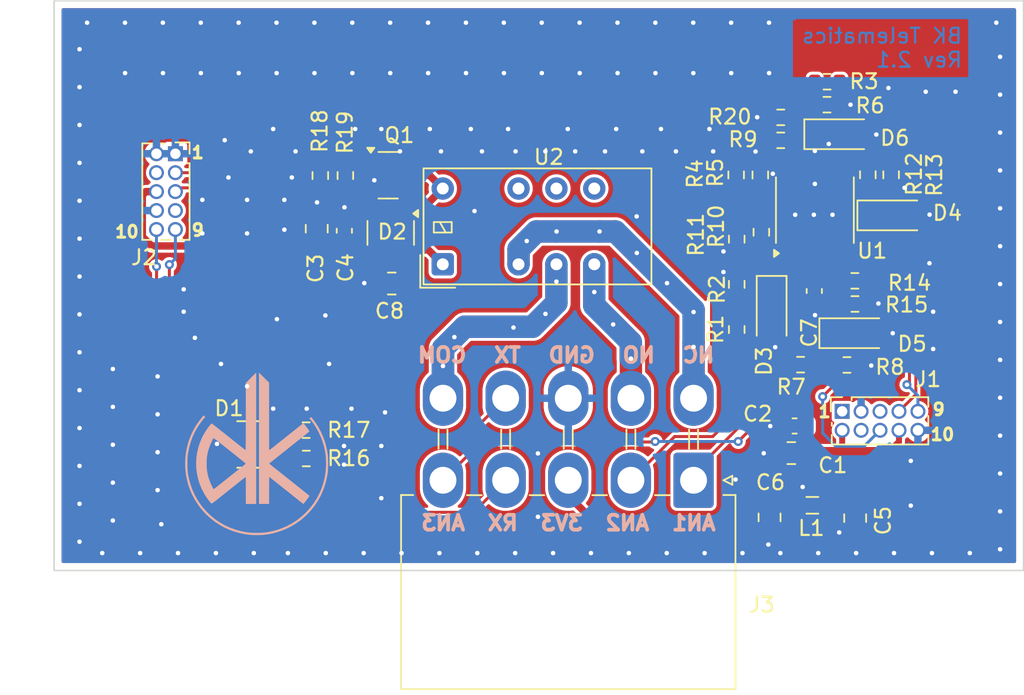
<source format=kicad_pcb>
(kicad_pcb (version 20241229) (generator "pcbnew") (generator_version "9.0")
  (layers (0 "F.Cu" signal) (2 "B.Cu" signal) (13 "F.Paste" user) (15 "B.Paste" user) (5 "F.SilkS" user "F.Silkscreen") (7 "B.SilkS" user "B.Silkscreen") (1 "F.Mask" user) (3 "B.Mask" user) (25 "Edge.Cuts" user))
  (net 0 "")
  (net 1 "GND")
  (net 2 "VSYS")
  (net 3 "+3.3V")
  (net 4 "+3.3V_OUT")
  (net 5 "/PB3{slash}UTXD1")
  (net 6 "/PB2{slash}URXD1")
  (net 7 "Net-(D2-A)")
  (net 8 "Net-(D3-K)")
  (net 9 "Net-(D4-K)")
  (net 10 "Net-(D5-K)")
  (net 11 "Net-(D6-K)")
  (net 13 "/AD3{slash}PA20")
  (net 14 "/AD1{slash}PA18")
  (net 15 "/AD2{slash}PA19")
  (net 16 "/ERASE")
  (net 18 "/AD0{slash}PA17")
  (net 19 "/PA15")
  (net 20 "/PA16")
  (net 21 "EXT_PWR")
  (net 22 "/NC2")
  (net 23 "/ANALOG2")
  (net 24 "/NO2")
  (net 25 "/COM2")
  (net 26 "/ANALOG3")
  (net 27 "/ANALOG1")
  (net 28 "/RX")
  (net 29 "/TX")
  (net 30 "Net-(Q1-B)")
  (net 31 "Net-(U1D--)")
  (net 32 "Net-(U1A--)")
  (net 33 "Net-(U1C--)")
  (net 34 "Net-(U1B--)")
  (net 35 "/NC1")
  (net 36 "/COM1")
  (net 37 "/NO1")
  (net 38 "/ANALOG4")
  (footprint "Capacitor_SMD:C_0805_2012Metric" (layer "F.Cu") (at 143.99 115.98 180)
    (property "Reference" "C1")
    (property "Value" "4.7uF")
  )
  (footprint "Capacitor_SMD:C_0805_2012Metric" (layer "F.Cu") (at 112.17 100.93 90)
    (property "Reference" "C3")
    (property "Value" "4.7uF")
  )
  (footprint "Resistor_SMD:R_0603_1608Metric" (layer "F.Cu") (at 149.12 97.32 90)
    (property "Reference" "R12")
    (property "Value" "TBD")
  )
  (footprint "Diode_SMD:D_SOD-123" (layer "F.Cu") (at 150.78 100.04)
    (property "Reference" "D4")
    (property "Value" "MMSZ4685T1G")
  )
  (footprint "Package_TO_SOT_SMD:SOT-23-3" (layer "F.Cu") (at 117.13 101.2175 -90)
    (property "Reference" "D2")
    (property "Value" "D_Schottky_Small")
  )
  (footprint "Resistor_SMD:R_0603_1608Metric" (layer "F.Cu") (at 140.33 107.695 90)
    (property "Reference" "R1")
    (property "Value" "TBD")
  )
  (footprint "Package_SO:TSSOP-14_4.4x5mm_P0.65mm" (layer "F.Cu") (at 145.57 99.6875 90)
    (property "Reference" "U1")
    (property "Value" "LMV324")
  )
  (footprint "Inductor_SMD:L_0805_2012Metric" (layer "F.Cu") (at 145.4 119.48 180)
    (property "Reference" "L1")
    (property "Value" "10u")
  )
  (footprint "Resistor_SMD:R_0603_1608Metric" (layer "F.Cu") (at 140.29 97.33 -90)
    (property "Reference" "R4")
    (property "Value" "TBD")
  )
  (footprint "Resistor_SMD:R_0603_1608Metric" (layer "F.Cu") (at 114.09 97.37 90)
    (property "Reference" "R19")
    (property "Value" "10K")
  )
  (footprint "Resistor_SMD:R_0603_1608Metric" (layer "F.Cu") (at 143.28 93.47 180)
    (property "Reference" "R20")
    (property "Value" "10K")
  )
  (footprint "Diode_SMD:D_SOD-123" (layer "F.Cu") (at 142.67 106.46 -90)
    (property "Reference" "D3")
    (property "Value" "MMSZ4685T1G")
  )
  (footprint "Resistor_SMD:R_0603_1608Metric" (layer "F.Cu") (at 140.33 104.665 90)
    (property "Reference" "R2")
    (property "Value" "TBD")
  )
  (footprint "Resistor_SMD:R_0603_1608Metric" (layer "F.Cu") (at 146.38 92.62)
    (property "Reference" "R6")
    (property "Value" "10K")
  )
  (footprint "Resistor_SMD:R_0603_1608Metric" (layer "F.Cu") (at 140.33 101.635 -90)
    (property "Reference" "R11")
    (property "Value" "TBD")
  )
  (footprint "Resistor_SMD:R_0603_1608Metric" (layer "F.Cu") (at 111.46 114.44)
    (property "Reference" "R17")
    (property "Value" "10R")
  )
  (footprint "Capacitor_SMD:C_0805_2012Metric" (layer "F.Cu") (at 142.53 120.29 -90)
    (property "Reference" "C6")
    (property "Value" "10u")
  )
  (footprint "Package_TO_SOT_SMD:SOT-23" (layer "F.Cu") (at 116.9575 97.35)
    (property "Reference" "Q1")
    (property "Value" "MMBT6427")
  )
  (footprint "Resistor_SMD:R_0603_1608Metric" (layer "F.Cu") (at 141.91 97.33 90)
    (property "Reference" "R5")
    (property "Value" "TBD")
  )
  (footprint "Resistor_SMD:R_0603_1608Metric" (layer "F.Cu") (at 112.41 97.37 -90)
    (property "Reference" "R18")
    (property "Value" "1K")
  )
  (footprint "Resistor_SMD:R_0603_1608Metric" (layer "F.Cu") (at 148.26 105.98)
    (property "Reference" "R15")
    (property "Value" "TBD")
  )
  (footprint "Resistor_SMD:R_0603_1608Metric" (layer "F.Cu") (at 150.68 97.32 -90)
    (property "Reference" "R13")
    (property "Value" "TBD")
  )
  (footprint "Resistor_SMD:R_0603_1608Metric" (layer "F.Cu") (at 143.28 95.01)
    (property "Reference" "R9")
    (property "Value" "10K")
  )
  (footprint "Capacitor_SMD:C_0603_1608Metric" (layer "F.Cu") (at 114.02 101.07 90)
    (property "Reference" "C4")
    (property "Value" "100nF")
  )
  (footprint "Capacitor_SMD:C_0805_2012Metric" (layer "F.Cu") (at 117.2 104.61 180)
    (property "Reference" "C8")
    (property "Value" "10uF")
  )
  (footprint "Capacitor_SMD:C_0603_1608Metric" (layer "F.Cu") (at 145.53 105.1125 -90)
    (property "Reference" "C7")
    (property "Value" "100nF")
  )
  (footprint "Resistor_SMD:R_0603_1608Metric" (layer "F.Cu") (at 147.72 110.07)
    (property "Reference" "R8")
    (property "Value" "TBD")
  )
  (footprint "Capacitor_SMD:C_0805_2012Metric" (layer "F.Cu") (at 148.27 120.34 -90)
    (property "Reference" "C5")
    (property "Value" "10u")
  )
  (footprint "Resistor_SMD:R_0603_1608Metric" (layer "F.Cu") (at 111.47 116.34)
    (property "Reference" "R16")
    (property "Value" "10R")
  )
  (footprint "Connector_PinSocket_1.27mm:PinSocket_2x05_P1.27mm_Vertical" (layer "F.Cu") (at 102.694 95.908)
    (property "Reference" "J2")
    (property "Value" "Header pin 2x5 1.27mm T.H.")
  )
  (footprint "Resistor_SMD:R_0603_1608Metric" (layer "F.Cu") (at 141.98 101.17 -90)
    (property "Reference" "R10")
    (property "Value" "TBD")
  )
  (footprint "Resistor_SMD:R_0603_1608Metric" (layer "F.Cu") (at 148.25 104.43 180)
    (property "Reference" "R14")
    (property "Value" "TBD")
  )
  (footprint "My Footprints:Relay_DPDT_Panasonic_TX2-4.5V" (layer "F.Cu") (at 120.62 103.32 90)
    (property "Reference" "U2")
    (property "Value" "PANASONIC_TX2-4.5V_RELAY")
  )
  (footprint "Resistor_SMD:R_0603_1608Metric" (layer "F.Cu") (at 146.39 91.08 180)
    (property "Reference" "R3")
    (property "Value" "10K")
  )
  (footprint "Connector_Molex:Molex_Mini-Fit_Jr_5569-10A2_2x05_P4.20mm_Horizontal" (layer "F.Cu") (at 137.435 117.8 180)
    (property "Reference" "J3")
    (property "Value" "Conn_02x05_Counter_Clockwise")
  )
  (footprint "Connector_PinSocket_1.27mm:PinSocket_2x05_P1.27mm_Vertical" (layer "F.Cu") (at 147.399 113.18 90)
    (property "Reference" "J1")
    (property "Value" "Header pin 2x5 1.27mm T.H.")
  )
  (footprint "Package_TO_SOT_SMD:SOT-23-3" (layer "F.Cu") (at 107.6375 115.4 180)
    (property "Reference" "D1")
    (property "Value" "ESDA5V3L")
  )
  (footprint "Capacitor_SMD:C_0603_1608Metric" (layer "F.Cu") (at 144.21 114.16 180)
    (property "Reference" "C2")
    (property "Value" "100nF")
  )
  (footprint "Resistor_SMD:R_0603_1608Metric" (layer "F.Cu") (at 144.61 110.05)
    (property "Reference" "R7")
    (property "Value" "TBD")
  )
  (footprint "Diode_SMD:D_SOD-123" (layer "F.Cu") (at 148.23 107.94)
    (property "Reference" "D5")
    (property "Value" "MMSZ4685T1G")
  )
  (footprint "Diode_SMD:D_SOD-123" (layer "F.Cu") (at 147.22 94.6)
    (property "Reference" "D6")
    (property "Value" "MMSZ4685T1G")
  )
  (footprint "My Footprints:bk_logo_10mm" (layer "B.Cu") (at 108.1125 116.05 180)
    (property "Reference" "G***" (hide yes))
    (property "Value" "LOGO" (hide yes))
  )
  (gr_rect (start 94.56 85.65) (end 159.56 123.85) (stroke (width 0.1)) (fill no) (layer "Edge.Cuts"))
  (gr_text "BK Telematics\nRev 2.1" (at 155.53 90.2 0) (layer "B.Cu") (effects (font (size 1 1)) (justify left bottom mirror)))
  (gr_text "1" (at 103.68 96.3 0) (layer "F.SilkS") (effects (font (size 0.8 0.8) (thickness 0.2) (bold yes)) (justify left bottom)))
  (gr_text "9\n" (at 153.36 113.52 0) (layer "F.SilkS") (effects (font (size 0.8 0.8) (thickness 0.2) (bold yes)) (justify left bottom)))
  (gr_text "10\n" (at 98.55 101.61 0) (layer "F.SilkS") (effects (font (size 0.8 0.8) (thickness 0.2) (bold yes)) (justify left bottom)))
  (gr_text "1\n" (at 145.71 113.66 0) (layer "F.SilkS") (effects (font (size 0.8 0.8) (thickness 0.2) (bold yes)) (justify left bottom)))
  (gr_text "9\n" (at 103.68 101.5 0) (layer "F.SilkS") (effects (font (size 0.8 0.8) (thickness 0.2) (bold yes)) (justify left bottom)))
  (gr_text "10\n" (at 153.23 115.2 0) (layer "F.SilkS") (effects (font (size 0.8 0.8) (thickness 0.2) (bold yes)) (justify left bottom)))
  (gr_text "COM\n" (at 122.34 110 0) (layer "B.SilkS") (effects (font (size 1 1) (thickness 0.25) (bold yes)) (justify left bottom mirror)))
  (gr_text "TX\n" (at 125.980596 110 0) (layer "B.SilkS") (effects (font (size 1 1) (thickness 0.25) (bold yes)) (justify left bottom mirror)))
  (gr_text "NO\n" (at 134.976072 110 0) (layer "B.SilkS") (effects (font (size 1 1) (thickness 0.25) (bold yes)) (justify left bottom mirror)))
  (gr_text "3V3" (at 130.14 121.25 0) (layer "B.SilkS") (effects (font (size 1 1) (thickness 0.25) (bold yes)) (justify left bottom mirror)))
  (gr_text "AN3" (at 122.24 121.25 0) (layer "B.SilkS") (effects (font (size 1 1) (thickness 0.25) (bold yes)) (justify left bottom mirror)))
  (gr_text "AN1\n" (at 139.04 121.25 0) (layer "B.SilkS") (effects (font (size 1 1) (thickness 0.25) (bold yes)) (justify left bottom mirror)))
  (gr_text "NC" (at 138.95 110 0) (layer "B.SilkS") (effects (font (size 1 1) (thickness 0.25) (bold yes)) (justify left bottom mirror)))
  (gr_text "RX" (at 125.785238 121.25 0) (layer "B.SilkS") (effects (font (size 1 1) (thickness 0.25) (bold yes)) (justify left bottom mirror)))
  (gr_text "GND" (at 130.954524 110 0) (layer "B.SilkS") (effects (font (size 1 1) (thickness 0.25) (bold yes)) (justify left bottom mirror)))
  (gr_text "AN2" (at 134.59 121.25 0) (layer "B.SilkS") (effects (font (size 1 1) (thickness 0.25) (bold yes)) (justify left bottom mirror)))
  (segment (start 116.25 104.61) (end 115.39 104.61) (width 0.5) (layer "F.Cu") (net 1))
  (segment (start 149.67 94.6) (end 148.87 94.6) (width 0.2) (layer "F.Cu") (net 1))
  (segment (start 139.4 102.46) (end 140.33 102.46) (width 0.2) (layer "F.Cu") (net 1))
  (segment (start 150.79 107.94) (end 149.88 107.94) (width 0.2) (layer "F.Cu") (net 1))
  (segment (start 142.26132 93.25632) (end 142.475 93.47) (width 0.2) (layer "F.Cu") (net 1))
  (segment (start 149.69 94.62) (end 149.67 94.6) (width 0.2) (layer "F.Cu") (net 1))
  (segment (start 112.19 99.17) (end 112.19 99.96) (width 0.5) (layer "F.Cu") (net 1))
  (segment (start 153.26 99.99) (end 152.48 99.99) (width 0.2) (layer "F.Cu") (net 1))
  (segment (start 142.445 93.46) (end 142.455 93.47) (width 0.2) (layer "F.Cu") (net 1))
  (segment (start 115.39 104.61) (end 115.36 104.58) (width 0.4) (layer "F.Cu") (net 1))
  (segment (start 151.58 98.19) (end 150.725 98.19) (width 0.2) (layer "F.Cu") (net 1))
  (segment (start 145.58 106.08375) (end 145.58 106.73) (width 0.4) (layer "F.Cu") (net 1))
  (segment (start 149.83 105.95) (end 149.275 105.95) (width 0.2) (layer "F.Cu") (net 1))
  (segment (start 141.7 93.46) (end 142.445 93.46) (width 0.2) (layer "F.Cu") (net 1))
  (segment (start 139.44 103.84) (end 140.33 103.84) (width 0.2) (layer "F.Cu") (net 1))
  (segment (start 150.725 98.19) (end 150.68 98.145) (width 0.2) (layer "F.Cu") (net 1))
  (segment (start 148.87 94.41) (end 148.87 94.6) (width 0.2) (layer "F.Cu") (net 1))
  (segment (start 116.03 98.29) (end 116.02 98.3) (width 0.5) (layer "F.Cu") (net 1))
  (segment (start 106.46 115.36) (end 106.5 115.4) (width 0.2) (layer "F.Cu") (net 1))
  (segment (start 152.48 99.99) (end 152.43 100.04) (width 0.2) (layer "F.Cu") (net 1))
  (segment (start 112.19 99.96) (end 112.17 99.98) (width 0.5) (layer "F.Cu") (net 1))
  (segment (start 145.57 97.93) (end 145.57 96.825) (width 0.4) (layer "F.Cu") (net 1))
  (segment (start 114.03 100.285) (end 114.02 100.295) (width 0.5) (layer "F.Cu") (net 1))
  (segment (start 114.03 99.5) (end 114.03 100.285) (width 0.5) (layer "F.Cu") (net 1))
  (segment (start 149.275 105.95) (end 149.265 105.96) (width 0.2) (layer "F.Cu") (net 1))
  (segment (start 116.03 97.69) (end 116.03 98.29) (width 0.5) (layer "F.Cu") (net 1))
  (segment (start 141.59 95.76) (end 141.59 96.185) (width 0.2) (layer "F.Cu") (net 1))
  (segment (start 147.96 92.62) (end 147.205 92.62) (width 0.2) (layer "F.Cu") (net 1))
  (segment (start 141.59 96.185) (end 141.91 96.505) (width 0.2) (layer "F.Cu") (net 1))
  (segment (start 105.48 115.36) (end 106.46 115.36) (width 0.2) (layer "F.Cu") (net 1))
  (segment (start 145.57 95.72) (end 145.57 96.825) (width 0.4) (layer "F.Cu") (net 1))
  (via (at 134.874 87.122) (size 0.6) (drill 0.3) (layers "F.Cu" "B.Cu") (net 1))
  (via (at 129 94.25) (size 0.6) (drill 0.3) (layers "F.Cu" "B.Cu") (net 1))
  (via (at 146.75 100) (size 0.6) (drill 0.3) (layers "F.Cu" "B.Cu") (net 1))
  (via (at 127.5 95.75) (size 0.6) (drill 0.3) (layers "F.Cu" "B.Cu") (net 1))
  (via (at 115.36 104.58) (size 0.6) (drill 0.3) (layers "F.Cu" "B.Cu") (net 1))
  (via (at 112.75 106.75) (size 0.6) (drill 0.3) (layers "F.Cu" "B.Cu") (net 1))
  (via (at 133.096 122.682) (size 0.6) (drill 0.3) (layers "F.Cu" "B.Cu") (net 1))
  (via (at 153.416 122.682) (size 0.6) (drill 0.3) (layers "F.Cu" "B.Cu") (net 1))
  (via (at 152 119.5) (size 0.6) (drill 0.3) (layers "F.Cu" "B.Cu") (net 1))
  (via (at 139.954 87.122) (size 0.6) (drill 0.3) (layers "F.Cu" "B.Cu") (net 1))
  (via (at 112.776 122.682) (size 0.6) (drill 0.3) (layers "F.Cu" "B.Cu") (net 1))
  (via (at 106.94 90.5) (size 0.6) (drill 0.3) (layers "F.Cu" "B.Cu") (net 1))
  (via (at 147.96 92.62) (size 0.6) (drill 0.3) (layers "F.Cu" "B.Cu") (net 1))
  (via (at 157.988 89.408) (size 0.6) (drill 0.3) (layers "F.Cu" "B.Cu") (net 1))
  (via (at 155.956 122.682) (size 0.6) (drill 0.3) (layers "F.Cu" "B.Cu") (net 1))
  (via (at 117.856 122.682) (size 0.6) (drill 0.3) (layers "F.Cu" "B.Cu") (net 1))
  (via (at 119.64 90.5) (size 0.6) (drill 0.3) (layers "F.Cu" "B.Cu") (net 1))
  (via (at 149.69 94.62) (size 0.6) (drill 0.3) (layers "F.Cu" "B.Cu") (net 1))
  (via (at 105.75 110) (size 0.6) (drill 0.3) (layers "F.Cu" "B.Cu") (net 1))
  (via (at 150.5 91.5) (size 0.6) (drill 0.3) (layers "F.Cu" "B.Cu") (net 1))
  (via (at 145.57 97.93) (size 0.6) (drill 0.3) (layers "F.Cu" "B.Cu") (net 1))
  (via (at 101.86 90.5) (size 0.6) (drill 0.3) (layers "F.Cu" "B.Cu") (net 1))
  (via (at 114.554 87.122) (size 0.6) (drill 0.3) (layers "F.Cu" "B.Cu") (net 1))
  (via (at 144.75 118.25) (size 0.6) (drill 0.3) (layers "F.Cu" "B.Cu") (net 1))
  (via (at 112.02 90.5) (size 0.6) (drill 0.3) (layers "F.Cu" "B.Cu") (net 1))
  (via (at 125.5 95.75) (size 0.6) (drill 0.3) (layers "F.Cu" "B.Cu") (net 1))
  (via (at 149.83 105.95) (size 0.6) (drill 0.3) (layers "F.Cu" "B.Cu") (net 1))
  (via (at 96.266 119.38) (size 0.6) (drill 0.3) (layers "F.Cu" "B.Cu") (net 1))
  (via (at 119.634 87.122) (size 0.6) (drill 0.3) (layers "F.Cu" "B.Cu") (net 1))
  (via (at 124.72 90.5) (size 0.6) (drill 0.3) (layers "F.Cu" "B.Cu") (net 1))
  (via (at 153.5 106.5) (size 0.6) (drill 0.3) (layers "F.Cu" "B.Cu") (net 1))
  (via (at 145.796 122.682) (size 0.6) (drill 0.3) (layers "F.Cu" "B.Cu") (net 1))
  (via (at 96.266 116.84) (size 0.6) (drill 0.3) (layers "F.Cu" "B.Cu") (net 1))
  (via (at 98.5 115.42) (size 0.6) (drill 0.3) (layers "F.Cu" "B.Cu") (net 1))
  (via (at 110 99) (size 0.6) (drill 0.3) (layers "F.Cu" "B.Cu") (net 1))
  (via (at 122.936 122.682) (size 0.6) (drill 0.3) (layers "F.Cu" "B.Cu") (net 1))
  (via (at 142.58 114.17) (size 0.6) (drill 0.3) (layers "F.Cu" "B.Cu") (net 1))
  (via (at 142.14 115.99) (size 0.6) (drill 0.3) (layers "F.Cu" "B.Cu") (net 1))
  (via (at 139.96 90.5) (size 0.6) (drill 0.3) (layers "F.Cu" "B.Cu") (net 1))
  (via (at 152 116.5) (size 0.6) (drill 0.3) (layers "F.Cu" "B.Cu") (net 1))
  (via (at 109.25 94.25) (size 0.6) (drill 0.3) (layers "F.Cu" "B.Cu") (net 1))
  (via (at 96.266 109.22) (size 0.6) (drill 0.3) (layers "F.Cu" "B.Cu") (net 1))
  (via (at 101.75 120.75) (size 0.6) (drill 0.3) (layers "F.Cu" "B.Cu") (net 1))
  (via (at 114 116.75) (size 0.6) (drill 0.3) (layers "F.Cu" "B.Cu") (net 1))
  (via (at 116.5 94.25) (size 0.6) (drill 0.3) (layers "F.Cu" "B.Cu") (net 1))
  (via (at 110.236 122.682) (size 0.6) (drill 0.3) (layers "F.Cu" "B.Cu") (net 1))
  (via (at 125.476 122.682) (size 0.6) (drill 0.3) (layers "F.Cu" "B.Cu") (net 1))
  (via (at 157.988 112.268) (size 0.6) (drill 0.3) (layers "F.Cu" "B.Cu") (net 1))
  (via (at 103.25 106.5) (size 0.6) (drill 0.3) (layers "F.Cu" "B.Cu") (net 1))
  (via (at 157.988 109.728) (size 0.6) (drill 0.3) (layers "F.Cu" "B.Cu") (net 1))
  (via (at 115.316 122.682) (size 0.6) (drill 0.3) (layers "F.Cu" "B.Cu") (net 1))
  (via (at 137.42 90.5) (size 0.6) (drill 0.3) (layers "F.Cu" "B.Cu") (net 1))
  (via (at 96.266 101.6) (size 0.6) (drill 0.3) (layers "F.Cu" "B.Cu") (net 1))
  (via (at 132.25 94.25) (size 0.6) (drill 0.3) (layers "F.Cu" "B.Cu") (net 1))
  (via (at 114.56 90.5) (size 0.6) (drill 0.3) (layers "F.Cu" "B.Cu") (net 1))
  (via (at 134 95.75) (size 0.6) (drill 0.3) (layers "F.Cu" "B.Cu") (net 1))
  (via (at 96.266 88.9) (size 0.6) (drill 0.3) (layers "F.Cu" "B.Cu") (net 1))
  (via (at 143.256 122.682) (size 0.6) (drill 0.3) (layers "F.Cu" "B.Cu") (net 1))
  (via (at 117.75 95.75) (size 0.6) (drill 0.3) (layers "F.Cu" "B.Cu") (net 1))
  (via (at 153.5 109) (size 0.6) (drill 0.3) (layers "F.Cu" "B.Cu") (net 1))
  (via (at 122.5 94.25) (size 0.6) (drill 0.3) (layers "F.Cu" "B.Cu") (net 1))
  (via (at 109.25 113) (size 0.6) (drill 0.3) (layers "F.Cu" "B.Cu") (net 1))
  (via (at 138.5 94.25) (size 0.6) (drill 0.3) (layers "F.Cu" "B.Cu") (net 1))
  (via (at 132.334 87.122) (size 0.6) (drill 0.3) (layers "F.Cu" "B.Cu") (net 1))
  (via (at 129.8 90.5) (size 0.6) (drill 0.3) (layers "F.Cu" "B.Cu") (net 1))
  (via (at 138.75 95.75) (size 0.6) (drill 0.3) (layers "F.Cu" "B.Cu") (net 1))
  (via (at 157.988 104.648) (size 0.6) (drill 0.3) (layers "F.Cu" "B.Cu") (net 1))
  (via (at 101.5 115.92) (size 0.6) (drill 0.3) (layers "F.Cu" "B.Cu") (net 1))
  (via (at 116.5 115.5) (size 0.6) (drill 0.3) (layers "F.Cu" "B.Cu") (net 1))
  (via (at 135.636 122.682) (size 0.6) (drill 0.3) (layers "F.Cu" "B.Cu") (net 1))
  (via (at 140.25 117.75) (size 0.6) (drill 0.3) (layers "F.Cu" "B.Cu") (net 1))
  (via (at 116.5 119) (size 0.6) (drill 0.3) (layers "F.Cu" "B.Cu") (net 1))
  (via (at 101.5 110.84) (size 0.6) (drill 0.3) (layers "F.Cu" "B.Cu") (net 1))
  (via (at 132.34 90.5) (size 0.6) (drill 0.3) (layers "F.Cu" "B.Cu") (net 1))
  (via (at 142.45 122.11) (size 0.6) (drill 0.3) (layers "F.Cu" "B.Cu") (net 1))
  (via (at 153.26 99.99) (size 0.6) (drill 0.3) (layers "F.Cu" "B.Cu") (net 1))
  (via (at 107.75 95.75) (size 0.6) (drill 0.3) (layers "F.Cu" "B.Cu") (net 1))
  (via (at 150.79 107.94) (size 0.6) (drill 0.3) (layers "F.Cu" "B.Cu") (net 1))
  (via (at 116.03 97.69) (size 0.6) (drill 0.3) (layers "F.Cu" "B.Cu") (net 1))
  (via (at 110 101) (size 0.6) (drill 0.3) (layers "F.Cu" "B.Cu") (net 1))
  (via (at 100.33 122.682) (size 0.6) (drill 0.3) (layers "F.Cu" "B.Cu") (net 1))
  (via (at 101.5 118.46) (size 0.6) (drill 0.3) (layers "F.Cu" "B.Cu") (net 1))
  (via (at 114.5 113) (size 0.6) (drill 0.3) (layers "F.Cu" "B.Cu") (net 1))
  (via (at 157.988 122.428) (size 0.6) (drill 0.3) (layers "F.Cu" "B.Cu") (net 1))
  (via (at 130.556 122.682) (size 0.6) (drill 0.3) (layers "F.Cu" "B.Cu") (net 1))
  (via (at 142.494 87.122) (size 0.6) (drill 0.3) (layers "F.Cu" "B.Cu") (net 1))
  (via (at 131.5 95.75) (size 0.6) (drill 0.3) (layers "F.Cu" "B.Cu") (net 1))
  (via (at 125 94.25) (size 0.6) (drill 0.3) (layers "F.Cu" "B.Cu") (net 1))
  (via (at 129.794 87.122) (size 0.6) (drill 0.3) (layers "F.Cu" "B.Cu") (net 1))
  (via (at 99.314 87.122) (size 0.6) (drill 0.3) (layers "F.Cu" "B.Cu") (net 1))
  (via (at 117.1 90.5) (size 0.6) (drill 0.3) (layers "F.Cu" "B.Cu") (net 1))
  (via (at 96.266 121.92) (size 0.6) (drill 0.3) (layers "F.Cu" "B.Cu") (net 1))
  (via (at 111.5 113) (size 0.6) (drill 0.3) (layers "F.Cu" "B.Cu") (net 1))
  (via (at 96.266 96.52) (size 0.6) (drill 0.3) (layers "F.Cu" "B.Cu") (net 1))
  (via (at 112.19 99.17) (size 0.6) (drill 0.3) (layers "F.Cu" "B.Cu") (net 1))
  (via (at 96.266 114.3) (size 0.6) (drill 0.3) (layers "F.Cu" "B.Cu") (net 1))
  (via (at 133.62 100.11) (size 0.6) (drill 0.3) (layers "F.Cu" "B.Cu") (net 1))
  (via (at 129.5 95.75) (size 0.6) (drill 0.3) (layers "F.Cu" "B.Cu") (net 1))
  (via (at 127.254 87.122) (size 0.6) (drill 0.3) (layers "F.Cu" "B.Cu") (net 1))
  (via (at 157.988 97.028) (size 0.6) (drill 0.3) (layers "F.Cu" "B.Cu") (net 1))
  (via (at 97.79 122.682) (size 0.6) (drill 0.3) (layers "F.Cu" "B.Cu") (net 1))
  (via (at 110.75 95.75) (size 0.6) (drill 0.3) (layers "F.Cu" "B.Cu") (net 1))
  (via (at 114.03 99.5) (size 0.6) (drill 0.3) (layers "F.Cu" "B.Cu") (net 1))
  (via (at 122.75 99.75) (size 0.6) (drill 0.3) (layers "F.Cu" "B.Cu") (net 1))
  (via (at 120.5 95.75) (size 0.6) (drill 0.3) (layers "F.Cu" "B.Cu") (net 1))
  (via (at 157.734 87.122) (size 0.6) (drill 0.3) (layers "F.Cu" "B.Cu") (net 1))
  (via (at 147.2 121.3) (size 0.6) (drill 0.3) (layers "F.Cu" "B.Cu") (net 1))
  (via (at 144.25 100) (size 0.6) (drill 0.3) (layers "F.Cu" "B.Cu") (net 1))
  (via (at 120.396 122.682) (size 0.6) (drill 0.3) (layers "F.Cu" "B.Cu") (net 1))
  (via (at 114 115.5) (size 0.6) (drill 0.3) (layers "F.Cu" "B.Cu") (net 1))
  (via (at 109.474 87.122) (size 0.6) (drill 0.3) (layers "F.Cu" "B.Cu") (net 1))
  (via (at 157.988 94.488) (size 0.6) (drill 0.3) (layers "F.Cu" "B.Cu") (net 1))
  (via (at 153.25 103.25) (size 0.6) (drill 0.3) (layers "F.Cu" "B.Cu") (net 1))
  (via (at 145.5 100) (size 0.6) (drill 0.3) (layers "F.Cu" "B.Cu") (net 1))
  (via (at 155 91.75) (size 0.6) (drill 0.3) (layers "F.Cu" "B.Cu") (net 1))
  (via (at 107.5 111.5) (size 0.6) (drill 0.3) (layers "F.Cu" "B.Cu") (net 1))
  (via (at 96.266 93.98) (size 0.6) (drill 0.3) (layers "F.Cu" "B.Cu") (net 1))
  (via (at 110.5 97.5) (size 0.6) (drill 0.3) (layers "F.Cu" "B.Cu") (net 1))
  (via (at 157.988 119.888) (size 0.6) (drill 0.3) (layers "F.Cu" "B.Cu") (net 1))
  (via (at 148.336 122.682) (size 0.6) (drill 0.3) (layers "F.Cu" "B.Cu") (net 1))
  (via (at 109.5 107) (size 0.6) (drill 0.3) (layers "F.Cu" "B.Cu") (net 1))
  (via (at 119.75 94.25) (size 0.6) (drill 0.3) (layers "F.Cu" "B.Cu") (net 1))
  (via (at 139.44 102.46) (size 0.6) (drill 0.3) (layers "F.Cu" "B.Cu") (net 1))
  (via (at 138.176 122.682) (size 0.6) (drill 0.3) (layers "F.Cu" "B.Cu") (net 1))
  (via (at 135.25 94.25) (size 0.6) (drill 0.3) (layers "F.Cu" "B.Cu") (net 1))
  (via (at 157.988 99.568) (size 0.6) (drill 0.3) (layers "F.Cu" "B.Cu") (net 1))
  (via (at 142.5 90.5) (size 0.6) (drill 0.3) (layers "F.Cu" "B.Cu") (net 1))
  (via (at 136.25 95.75) (size 0.6) (drill 0.3) (layers "F.Cu" "B.Cu") (net 1))
  (via (at 142.75 97.25) (size 0.6) (drill 0.3) (layers "F.Cu" "B.Cu") (net 1))
  (via (at 116.75 113.25) (size 0.6) (drill 0.3) (layers "F.Cu" "B.Cu") (net 1))
  (via (at 102.87 122.682) (size 0.6) (drill 0.3) (layers "F.Cu" "B.Cu") (net 1))
  (via (at 140.716 122.682) (size 0.6) (drill 0.3) (layers "F.Cu" "B.Cu") (net 1))
  (via (at 103.25 105) (size 0.6) (drill 0.3) (layers "F.Cu" "B.Cu") (net 1))
  (via (at 101.854 87.122) (size 0.6) (drill 0.3) (layers "F.Cu" "B.Cu") (net 1))
  (via (at 157.988 91.948) (size 0.6) (drill 0.3) (layers "F.Cu" "B.Cu") (net 1))
  (via (at 104.4 90.5) (size 0.6) (drill 0.3) (layers "F.Cu" "B.Cu") (net 1))
  (via (at 96.266 104.14) (size 0.6) (drill 0.3) (layers "F.Cu" "B.Cu") (net 1))
  (via (at 127.26 90.5) (size 0.6) (drill 0.3) (layers "F.Cu" "B.Cu") (net 1))
  (via (at 107.5 101.25) (size 0.6) (drill 0.3) (layers "F.Cu" "B.Cu") (net 1))
  (via (at 150.876 122.682) (size 0.6) (drill 0.3) (layers "F.Cu" "B.Cu") (net 1))
  (via (at 96.266 111.76) (size 0.6) (drill 0.3) (layers "F.Cu" "B.Cu") (net 1))
  (via (at 96.266 106.68) (size 0.6) (drill 0.3) (layers "F.Cu" "B.Cu") (net 1))
  (via (at 145.58 106.73) (size 0.6) (drill 0.3) (layers "F.Cu" "B.Cu") (net 1))
  (via (at 106.25 97.5) (size 0.6) (drill 0.3) (layers "F.Cu" "B.Cu") (net 1))
  (via (at 98.5 110.34) (size 0.6) (drill 0.3) (layers "F.Cu" "B.Cu") (net 1))
  (via (at 96.266 91.44) (size 0.6) (drill 0.3) (layers "F.Cu" "B.Cu") (net 1))
  (via (at 157.988 114.808) (size 0.6) (drill 0.3) (layers "F.Cu" "B.Cu") (net 1))
  (via (at 141.59 95.76) (size 0.6) (drill 0.3) (layers "F.Cu" "B.Cu") (net 1))
  (via (at 141.7 93.46) (size 0.6) (drill 0.3) (layers "F.Cu" "B.Cu") (net 1))
  (via (at 123.25 95.75) (size 0.6) (drill 0.3) (layers "F.Cu" "B.Cu") (net 1))
  (via (at 149.35 110.11) (size 0.6) (drill 0.3) (layers "F.Cu" "B.Cu") (net 1))
  (via (at 99.32 90.5) (size 0.6) (drill 0.3) (layers "F.Cu" "B.Cu") (net 1))
  (via (at 139.44 103.84) (size 0.6) (drill 0.3) (layers "F.Cu" "B.Cu") (net 1))
  (via (at 96.266 99.06) (size 0.6) (drill 0.3) (layers "F.Cu" "B.Cu") (net 1))
  (via (at 107.5 99) (size 0.6) (drill 0.3) (layers "F.Cu" "B.Cu") (net 1))
  (via (at 105.48 115.36) (size 0.6) (drill 0.3) (layers "F.Cu" "B.Cu") (net 1))
  (via (at 104.5 99) (size 0.6) (drill 0.3) (layers "F.Cu" "B.Cu") (net 1))
  (via (at 104.5 101.25) (size 0.6) (drill 0.3) (layers "F.Cu" "B.Cu") (net 1))
  (via (at 112.014 87.122) (size 0.6) (drill 0.3) (layers "F.Cu" "B.Cu") (net 1))
  (via (at 106 95) (size 0.6) (drill 0.3) (layers "F.Cu" "B.Cu") (net 1))
  (via (at 151.58 98.19) (size 0.6) (drill 0.3) (layers "F.Cu" "B.Cu") (net 1))
  (via (at 128.016 122.682) (size 0.6) (drill 0.3) (layers "F.Cu" "B.Cu") (net 1))
  (via (at 114.75 94.25) (size 0.6) (drill 0.3) (layers "F.Cu" "B.Cu") (net 1))
  (via (at 117.094 87.122) (size 0.6) (drill 0.3) (layers "F.Cu" "B.Cu") (net 1))
  (via (at 98.5 120.5) (size 0.6) (drill 0.3) (layers "F.Cu" "B.Cu") (net 1))
  (via (at 157.988 117.348) (size 0.6) (drill 0.3) (layers "F.Cu" "B.Cu") (net 1))
  (via (at 153 91.75) (size 0.6) (drill 0.3) (layers "F.Cu" "B.Cu") (net 1))
  (via (at 104 108.25) (size 0.6) (drill 0.3) (layers "F.Cu" "B.Cu") (net 1))
  (via (at 107.95 122.682) (size 0.6) (drill 0.3) (layers "F.Cu" "B.Cu") (net 1))
  (via (at 127 116) (size 0.6) (drill 0.3) (layers "F.Cu" "B.Cu") (net 1))
  (via (at 109.48 90.5) (size 0.6) (drill 0.3) (layers "F.Cu" "B.Cu") (net 1))
  (via (at 106.934 87.122) (size 0.6) (drill 0.3) (layers "F.Cu" "B.Cu") (net 1))
  (via (at 134.88 90.5) (size 0.6) (drill 0.3) (layers "F.Cu" "B.Cu") (net 1))
  (via (at 104.394 87.122) (size 0.6) (drill 0.3) (layers "F.Cu" "B.Cu") (net 1))
  (via (at 98.5 112.88) (size 0.6) (drill 0.3) (layers "F.Cu" "B.Cu") (net 1))
  (via (at 96.774 87.122) (size 0.6) (drill 0.3) (layers "F.Cu" "B.Cu") (net 1))
  (via (at 105.41 122.682) (size 0.6) (drill 0.3) (layers "F.Cu" "B.Cu") (net 1))
  (via (at 127 120.25) (size 0.6) (drill 0.3) (layers "F.Cu" "B.Cu") (net 1))
  (via (at 157.988 102.108) (size 0.6) (drill 0.3) (layers "F.Cu" "B.Cu") (net 1))
  (via (at 122.174 87.122) (size 0.6) (drill 0.3) (layers "F.Cu" "B.Cu") (net 1))
  (via (at 124.714 87.122) (size 0.6) (drill 0.3) (layers "F.Cu" "B.Cu") (net 1))
  (via (at 137.414 87.122) (size 0.6) (drill 0.3) (layers "F.Cu" "B.Cu") (net 1))
  (via (at 145.57 95.72) (size 0.6) (drill 0.3) (layers "F.Cu" "B.Cu") (net 1))
  (via (at 98.5 117.96) (size 0.6) (drill 0.3) (layers "F.Cu" "B.Cu") (net 1))
  (via (at 157.988 107.188) (size 0.6) (drill 0.3) (layers "F.Cu" "B.Cu") (net 1))
  (via (at 101.5 113.38) (size 0.6) (drill 0.3) (layers "F.Cu" "B.Cu") (net 1))
  (via (at 113 110) (size 0.6) (drill 0.3) (layers "F.Cu" "B.Cu") (net 1))
  (via (at 146.5 95.25) (size 0.6) (drill 0.3) (layers "F.Cu" "B.Cu") (net 1))
  (via (at 142.91 108.88) (size 0.6) (drill 0.3) (layers "F.Cu" "B.Cu") (net 1))
  (via (at 122.18 90.5) (size 0.6) (drill 0.3) (layers "F.Cu" "B.Cu") (net 1))
  (segment (start 114.02 101.845) (end 115.595 101.845) (width 0.5) (layer "F.Cu") (net 2))
  (segment (start 100.474 98.690894) (end 100.474 101.464) (width 0.5) (layer "F.Cu") (net 2))
  (segment (start 115.595 101.845) (end 116.105 102.355) (width 0.5) (layer "F.Cu") (net 2))
  (segment (start 117.13 102.355) (end 118.13 102.355) (width 0.5) (layer "F.Cu") (net 2))
  (segment (start 112.17 101.88) (end 113.985 101.88) (width 0.5) (layer "F.Cu") (net 2))
  (segment (start 113.985 101.88) (end 114.02 101.845) (width 0.5) (layer "F.Cu") (net 2))
  (segment (start 119.655 102.355) (end 120.62 103.32) (width 0.5) (layer "F.Cu") (net 2))
  (segment (start 118.15 104.61) (end 118.15 102.375) (width 0.5) (layer "F.Cu") (net 2))
  (segment (start 100.716894 98.448) (end 100.474 98.690894) (width 0.5) (layer "F.Cu") (net 2))
  (segment (start 118.15 102.375) (end 118.13 102.355) (width 0.5) (layer "F.Cu") (net 2))
  (segment (start 116.105 102.355) (end 117.13 102.355) (width 0.5) (layer "F.Cu") (net 2))
  (segment (start 111.96 102.09) (end 112.3 101.75) (width 0.5) (layer "F.Cu") (net 2))
  (segment (start 100.474 101.464) (end 101.1 102.09) (width 0.5) (layer "F.Cu") (net 2))
  (segment (start 120.23 103.71) (end 120.62 103.32) (width 0.5) (layer "F.Cu") (net 2))
  (segment (start 101.424 98.448) (end 100.716894 98.448) (width 0.5) (layer "F.Cu") (net 2))
  (segment (start 101.1 102.09) (end 111.96 102.09) (width 0.5) (layer "F.Cu") (net 2))
  (segment (start 118.13 102.355) (end 119.655 102.355) (width 0.5) (layer "F.Cu") (net 2))
  (segment (start 144.585 112.3) (end 144.585 105.2825) (width 0.4) (layer "F.Cu") (net 3))
  (segment (start 144.585 105.2825) (end 145.53 104.3375) (width 0.4) (layer "F.Cu") (net 3))
  (segment (start 150.44 115.98) (end 151.209 115.211) (width 0.4) (layer "F.Cu") (net 3))
  (segment (start 148.27 119.39) (end 147.39 118.51) (width 0.4) (layer "F.Cu") (net 3))
  (segment (start 146.4625 119.48) (end 148.18 119.48) (width 0.4) (layer "F.Cu") (net 3))
  (segment (start 151.115 114.544) (end 151.209 114.45) (width 0.4) (layer "F.Cu") (net 3))
  (segment (start 151.209 114.45) (end 151.209 115.211) (width 0.4) (layer "F.Cu") (net 3))
  (segment (start 147.39 118.51) (end 147.39 115.98) (width 0.4) (layer "F.Cu") (net 3))
  (segment (start 144.94 112.655) (end 144.585 112.3) (width 0.4) (layer "F.Cu") (net 3))
  (segment (start 145.57 104.3375) (end 145.57 102.59) (width 0.4) (layer "F.Cu") (net 3))
  (segment (start 144.94 115.98) (end 147.39 115.98) (width 0.4) (layer "F.Cu") (net 3))
  (segment (start 151.209 115.211) (end 150.61 115.81) (width 0.4) (layer "F.Cu") (net 3))
  (segment (start 147.39 115.98) (end 150.44 115.98) (width 0.4) (layer "F.Cu") (net 3))
  (segment (start 147.399 114.45) (end 147.399 115.971) (width 0.4) (layer "F.Cu") (net 3))
  (segment (start 144.94 115.98) (end 144.94 112.655) (width 0.4) (layer "F.Cu") (net 3))
  (segment (start 145.3775 104.49) (end 145.53 104.3375) (width 0.2) (layer "F.Cu") (net 3))
  (segment (start 148.18 119.48) (end 148.27 119.39) (width 0.4) (layer "F.Cu") (net 3))
  (segment (start 147.399 115.971) (end 147.39 115.98) (width 0.4) (layer "F.Cu") (net 3))
  (segment (start 144.685 105.1825) (end 145.53 104.3375) (width 0.4) (layer "F.Cu") (net 3))
  (segment (start 129.035 118.835) (end 129.035 117.8) (width 0.5) (layer "F.Cu") (net 4))
  (segment (start 142.53 119.34) (end 140.92 119.34) (width 0.5) (layer "F.Cu") (net 4))
  (segment (start 144.1975 119.34) (end 144.3375 119.48) (width 0.4) (layer "F.Cu") (net 4))
  (segment (start 130.8 120.6) (end 129.035 118.835) (width 0.5) (layer "F.Cu") (net 4))
  (segment (start 140.92 119.34) (end 139.66 120.6) (width 0.5) (layer "F.Cu") (net 4))
  (segment (start 142.53 119.34) (end 144.1975 119.34) (width 0.5) (layer "F.Cu") (net 4))
  (segment (start 139.66 120.6) (end 130.8 120.6) (width 0.5) (layer "F.Cu") (net 4))
  (segment (start 108.775 114.45) (end 110.625 114.45) (width 0.2) (layer "F.Cu") (net 5))
  (segment (start 102.29 107.965) (end 108.775 114.45) (width 0.2) (layer "F.Cu") (net 5))
  (segment (start 108.825 114.5) (end 108.775 114.45) (width 0.2) (layer "F.Cu") (net 5))
  (segment (start 110.625 114.45) (end 110.635 114.44) (width 0.2) (layer "F.Cu") (net 5))
  (segment (start 102.29 103.34) (end 102.29 107.965) (width 0.2) (layer "F.Cu") (net 5))
  (via (at 102.29 103.34) (size 0.6) (drill 0.3) (layers "F.Cu" "B.Cu") (net 5))
  (segment (start 102.694 100.988) (end 102.694 102.936) (width 0.2) (layer "B.Cu") (net 5))
  (segment (start 102.694 102.936) (end 102.29 103.34) (width 0.2) (layer "B.Cu") (net 5))
  (segment (start 108.775 116.35) (end 110.635 116.35) (width 0.2) (layer "F.Cu") (net 6))
  (segment (start 110.635 116.35) (end 110.645 116.34) (width 0.2) (layer "F.Cu") (net 6))
  (segment (start 108.775 116.35) (end 108.775 115.925) (width 0.2) (layer "F.Cu") (net 6))
  (segment (start 101.43 108.58) (end 101.43 103.47) (width 0.2) (layer "F.Cu") (net 6))
  (segment (start 108.775 115.925) (end 101.43 108.58) (width 0.2) (layer "F.Cu") (net 6))
  (via (at 101.43 103.47) (size 0.6) (drill 0.3) (layers "F.Cu" "B.Cu") (net 6))
  (segment (start 101.424 100.988) (end 101.424 103.464) (width 0.2) (layer "B.Cu") (net 6))
  (segment (start 101.424 103.464) (end 101.43 103.47) (width 0.2) (layer "B.Cu") (net 6))
  (segment (start 118.78 100.08) (end 120.62 98.24) (width 0.5) (layer "F.Cu") (net 7))
  (segment (start 118.08 100.08) (end 118.78 100.08) (width 0.5) (layer "F.Cu") (net 7))
  (segment (start 117.895 97.35) (end 119.73 97.35) (width 0.5) (layer "F.Cu") (net 7))
  (segment (start 119.73 97.35) (end 120.62 98.24) (width 0.5) (layer "F.Cu") (net 7))
  (segment (start 141.99 105.49) (end 142.67 104.81) (width 0.2) (layer "F.Cu") (net 8))
  (segment (start 144.92 102.55) (end 144.92 103.49) (width 0.2) (layer "F.Cu") (net 8))
  (segment (start 144.92 103.287499) (end 144.92 102.55) (width 0.2) (layer "F.Cu") (net 8))
  (segment (start 142.7075 104.475) (end 142.73 104.4525) (width 0.2) (layer "F.Cu") (net 8))
  (segment (start 143.6 104.81) (end 142.67 104.81) (width 0.2) (layer "F.Cu") (net 8))
  (segment (start 140.33 106.87) (end 140.33 105.49) (width 0.2) (layer "F.Cu") (net 8))
  (segment (start 140.33 105.49) (end 141.99 105.49) (width 0.2) (layer "F.Cu") (net 8))
  (segment (start 144.92 103.49) (end 143.6 104.81) (width 0.2) (layer "F.Cu") (net 8))
  (segment (start 146.22 96.825) (end 146.22 97.480956) (width 0.2) (layer "F.Cu") (net 9))
  (segment (start 147.519044 98.78) (end 146.22 98.78) (width 0.2) (layer "F.Cu") (net 9))
  (segment (start 146.22 96.825) (end 146.22 98.78) (width 0.2) (layer "F.Cu") (net 9))
  (segment (start 143.74 98.78) (end 146.22 98.78) (width 0.2) (layer "F.Cu") (net 9))
  (segment (start 143.115 98.155) (end 143.74 98.78) (width 0.2) (layer "F.Cu") (net 9))
  (segment (start 141.91 98.155) (end 143.115 98.155) (width 0.2) (layer "F.Cu") (net 9))
  (segment (start 147.519044 98.78) (end 147.87 98.78) (width 0.2) (layer "F.Cu") (net 9))
  (segment (start 147.87 98.78) (end 149.13 100.04) (width 0.2) (layer "F.Cu") (net 9))
  (segment (start 140.29 98.155) (end 141.91 98.155) (width 0.2) (layer "F.Cu") (net 9))
  (segment (start 146.57 107.95) (end 146.58 107.94) (width 0.2) (layer "F.Cu") (net 10))
  (segment (start 146.72 107.98) (end 146.49 107.75) (width 0.2) (layer "F.Cu") (net 10))
  (segment (start 146.895 110.07) (end 146.895 109.065) (width 0.2) (layer "F.Cu") (net 10))
  (segment (start 145.455 110.07) (end 145.435 110.05) (width 0.2) (layer "F.Cu") (net 10))
  (segment (start 146.895 109.065) (end 146.57 108.74) (width 0.2) (layer "F.Cu") (net 10))
  (segment (start 146.72 109.895) (end 146.895 110.07) (width 0.2) (layer "F.Cu") (net 10))
  (segment (start 146.22 103.287499) (end 146.22 102.55) (width 0.2) (layer "F.Cu") (net 10))
  (segment (start 146.49 107.75) (end 146.49 103.557499) (width 0.2) (layer "F.Cu") (net 10))
  (segment (start 146.895 110.07) (end 145.455 110.07) (width 0.2) (layer "F.Cu") (net 10))
  (segment (start 146.57 108.74) (end 146.57 107.95) (width 0.2) (layer "F.Cu") (net 10))
  (segment (start 146.49 103.557499) (end 146.22 103.287499) (width 0.2) (layer "F.Cu") (net 10))
  (segment (start 145.565 91.08) (end 145.565 92.61) (width 0.2) (layer "F.Cu") (net 11))
  (segment (start 144.92 95.25) (end 144.92 96.825) (width 0.2) (layer "F.Cu") (net 11))
  (segment (start 145.565 92.61) (end 145.555 92.62) (width 0.2) (layer "F.Cu") (net 11))
  (segment (start 145.57 92.635) (end 145.57 94.6) (width 0.2) (layer "F.Cu") (net 11))
  (segment (start 145.555 92.62) (end 145.57 92.635) (width 0.2) (layer "F.Cu") (net 11))
  (segment (start 145.57 94.6) (end 144.92 95.25) (width 0.2) (layer "F.Cu") (net 11))
  (segment (start 149.7 111.39) (end 151.39 109.7) (width 0.2) (layer "F.Cu") (net 13))
  (segment (start 151.39 106.02) (end 149.8 104.43) (width 0.2) (layer "F.Cu") (net 13))
  (segment (start 149.075 104.105) (end 149.075 104.43) (width 0.2) (layer "F.Cu") (net 13))
  (segment (start 147.52 102.55) (end 149.075 104.105) (width 0.2) (layer "F.Cu") (net 13))
  (segment (start 149.8 104.43) (end 149.075 104.43) (width 0.2) (layer "F.Cu") (net 13))
  (segment (start 146.89 111.39) (end 149.7 111.39) (width 0.2) (layer "F.Cu") (net 13))
  (segment (start 151.39 109.7) (end 151.39 106.02) (width 0.2) (layer "F.Cu") (net 13))
  (segment (start 146.09 112.19) (end 146.89 111.39) (width 0.2) (layer "F.Cu") (net 13))
  (via (at 146.09 112.19) (size 0.6) (drill 0.3) (layers "F.Cu" "B.Cu") (net 13))
  (segment (start 148.869 115.52) (end 149.939 114.45) (width 0.2) (layer "B.Cu") (net 13))
  (segment (start 146.98 115.52) (end 148.869 115.52) (width 0.2) (layer "B.Cu") (net 13))
  (segment (start 146.09 112.19) (end 146.09 114.63) (width 0.2) (layer "B.Cu") (net 13))
  (segment (start 146.09 114.63) (end 146.98 115.52) (width 0.2) (layer "B.Cu") (net 13))
  (segment (start 151.91 111.22) (end 151.91 103.6) (width 0.2) (layer "F.Cu") (net 14))
  (segment (start 151.74 111.39) (end 151.91 111.22) (width 0.2) (layer "F.Cu") (net 14))
  (segment (start 143.62 101.31) (end 143.61 101.3) (width 0.2) (layer "F.Cu") (net 14))
  (segment (start 143.025 100.345) (end 143.62 100.94) (width 0.2) (layer "F.Cu") (net 14))
  (segment (start 141.98 100.345) (end 143.025 100.345) (width 0.2) (layer "F.Cu") (net 14))
  (segment (start 144.132501 101.3) (end 149.61 101.3) (width 0.2) (layer "F.Cu") (net 14))
  (segment (start 141.98 100.66) (end 141.98 100.345) (width 0.2) (layer "F.Cu") (net 14))
  (segment (start 143.62 102.55) (end 143.62 101.44) (width 0.2) (layer "F.Cu") (net 14))
  (segment (start 149.61 101.3) (end 151.61 103.3) (width 0.2) (layer "F.Cu") (net 14))
  (segment (start 143.62 100.94) (end 143.62 101.44) (width 0.2) (layer "F.Cu") (net 14))
  (segment (start 143.62 101.44) (end 143.62 101.31) (width 0.2) (layer "F.Cu") (net 14))
  (segment (start 151.91 103.6) (end 150.87 102.56) (width 0.2) (layer "F.Cu") (net 14))
  (segment (start 144.132501 101.3) (end 143.61 101.3) (width 0.2) (layer "F.Cu") (net 14))
  (via (at 151.74 111.39) (size 0.6) (drill 0.3) (layers "F.Cu" "B.Cu") (net 14))
  (segment (start 151.74 111.39) (end 152.479 112.129) (width 0.2) (layer "B.Cu") (net 14))
  (segment (start 152.479 112.129) (end 152.479 113.18) (width 0.2) (layer "B.Cu") (net 14))
  (segment (start 149.12 98.145) (end 147.815 98.145) (width 0.2) (layer "F.Cu") (net 15))
  (segment (start 147.52 97.85) (end 147.52 96.825) (width 0.2) (layer "F.Cu") (net 15))
  (segment (start 152.34 103.464314) (end 152.34 112.049) (width 0.2) (layer "F.Cu") (net 15))
  (segment (start 150.35 101.474314) (end 152.34 103.464314) (width 0.2) (layer "F.Cu") (net 15))
  (segment (start 147.815 98.145) (end 147.52 97.85) (width 0.2) (layer "F.Cu") (net 15))
  (segment (start 149.12 98.145) (end 150.35 99.375) (width 0.2) (layer "F.Cu") (net 15))
  (segment (start 150.35 99.375) (end 150.35 101.474314) (width 0.2) (layer "F.Cu") (net 15))
  (segment (start 152.34 112.049) (end 151.209 113.18) (width 0.2) (layer "F.Cu") (net 15))
  (segment (start 142.455 95.01) (end 107.37 95.01) (width 0.2) (layer "F.Cu") (net 18))
  (segment (start 107.37 95.01) (end 105.202 97.178) (width 0.2) (layer "F.Cu") (net 18))
  (segment (start 143.62 96.175) (end 142.455 95.01) (width 0.2) (layer "F.Cu") (net 18))
  (segment (start 143.62 96.825) (end 143.62 96.175) (width 0.2) (layer "F.Cu") (net 18))
  (segment (start 105.202 97.178) (end 102.694 97.178) (width 0.2) (layer "F.Cu") (net 18))
  (segment (start 102.947 98.195) (end 102.694 98.448) (width 0.2) (layer "F.Cu") (net 20))
  (segment (start 112.41 98.195) (end 102.947 98.195) (width 0.2) (layer "F.Cu") (net 20))
  (segment (start 128.25 101.12) (end 131.13 101.12) (width 1.5) (layer "F.Cu") (net 22))
  (segment (start 125.7 103.32) (end 125.7 102.31) (width 1.5) (layer "F.Cu") (net 22))
  (segment (start 137.44 106.37) (end 137.44 108.56) (width 1.5) (layer "F.Cu") (net 22))
  (segment (start 135.655 104.585) (end 137.44 106.37) (width 1.5) (layer "F.Cu") (net 22))
  (segment (start 126.89 101.12) (end 128.25 101.12) (width 1.5) (layer "F.Cu") (net 22))
  (segment (start 137.435 108.86) (end 137.435 112.3) (width 1.5) (layer "F.Cu") (net 22))
  (segment (start 133.63 102.56) (end 135.655 104.585) (width 1.5) (layer "F.Cu") (net 22))
  (segment (start 137.44 108.56) (end 137.435 108.565) (width 1.5) (layer "F.Cu") (net 22))
  (segment (start 126.25 101.76) (end 126.89 101.12) (width 1.5) (layer "F.Cu") (net 22))
  (segment (start 131.13 101.12) (end 132.19 101.12) (width 1.5) (layer "F.Cu") (net 22))
  (segment (start 137.435 112.3) (end 137.04 111.905) (width 1.8) (layer "F.Cu") (net 22))
  (segment (start 137.435 108.565) (end 137.435 108.86) (width 1.5) (layer "F.Cu") (net 22))
  (segment (start 125.7 102.31) (end 126.25 101.76) (width 1.5) (layer "F.Cu") (net 22))
  (segment (start 132.19 101.12) (end 133.63 102.56) (width 1.5) (layer "F.Cu") (net 22))
  (via (at 128.25 101.12) (size 0.6) (drill 0.3) (layers "F.Cu" "B.Cu") (net 22))
  (via (at 131.13 101.12) (size 0.6) (drill 0.3) (layers "F.Cu" "B.Cu") (net 22))
  (via (at 133.63 102.56) (size 0.6) (drill 0.3) (layers "F.Cu" "B.Cu") (net 22))
  (via (at 126.25 101.76) (size 0.6) (drill 0.3) (layers "F.Cu" "B.Cu") (net 22))
  (via (at 137.435 106.52) (size 0.6) (drill 0.3) (layers "F.Cu" "B.Cu") (net 22))
  (via (at 135.655 104.585) (size 0.6) (drill 0.3) (layers "F.Cu" "B.Cu") (net 22))
  (via (at 137.435 108.86) (size 0.6) (drill 0.3) (layers "F.Cu" "B.Cu") (net 22))
  (segment (start 125.7 102.31) (end 126.18 101.83) (width 1.5) (layer "B.Cu") (net 22))
  (segment (start 126.25 101.76) (end 126.89 101.12) (width 1.5) (layer "B.Cu") (net 22))
  (segment (start 137.435 106.355) (end 136.68 105.6) (width 1.5) (layer "B.Cu") (net 22))
  (segment (start 125.7 103.32) (end 125.7 102.31) (width 1.5) (layer "B.Cu") (net 22))
  (segment (start 137.435 106.52) (end 137.435 106.355) (width 1.5) (layer "B.Cu") (net 22))
  (segment (start 132.2 101.12) (end 136.68 105.6) (width 1.5) (layer "B.Cu") (net 22))
  (segment (start 137.31 112.175) (end 137.435 112.3) (width 1.5) (layer "B.Cu") (net 22))
  (segment (start 126.89 101.12) (end 132.2 101.12) (width 1.5) (layer "B.Cu") (net 22))
  (segment (start 137.435 112.3) (end 137.435 106.52) (width 1.5) (layer "B.Cu") (net 22))
  (segment (start 138.64 109.36) (end 139.83 110.55) (width 0.2) (layer "F.Cu") (net 23))
  (segment (start 139.83 110.55) (end 139.83 113.76) (width 0.2) (layer "F.Cu") (net 23))
  (segment (start 140.29 96.505) (end 138.64 98.155) (width 0.2) (layer "F.Cu") (net 23))
  (segment (start 138.64 98.155) (end 138.64 109.36) (width 0.2) (layer "F.Cu") (net 23))
  (segment (start 138.72 114.87) (end 136.165 114.87) (width 0.2) (layer "F.Cu") (net 23))
  (segment (start 139.83 113.76) (end 138.72 114.87) (width 0.2) (layer "F.Cu") (net 23))
  (segment (start 136.165 114.87) (end 133.235 117.8) (width 0.2) (layer "F.Cu") (net 23))
  (segment (start 133.22 109.625) (end 133.235 109.64) (width 1.5) (layer "F.Cu") (net 24))
  (segment (start 130.78 106.08) (end 130.97 106.27) (width 1.5) (layer "F.Cu") (net 24))
  (segment (start 133.22 108.62) (end 133.22 109.625) (width 1.5) (layer "F.Cu") (net 24))
  (segment (start 130.78 103.32) (end 130.78 106.08) (width 1.5) (layer "F.Cu") (net 24))
  (segment (start 130.97 106.27) (end 133.22 108.52) (width 1.5) (layer "F.Cu") (net 24))
  (segment (start 133.235 109.64) (end 133.235 112.3) (width 1.5) (layer "F.Cu") (net 24))
  (segment (start 133.22 108.52) (end 133.22 108.62) (width 1.5) (layer "F.Cu") (net 24))
  (via (at 130.78 105.18) (size 0.6) (drill 0.3) (layers "F.Cu" "B.Cu") (net 24))
  (via (at 132.045 107.355) (size 0.6) (drill 0.3) (layers "F.Cu" "B.Cu") (net 24))
  (via (at 133.235 109.64) (size 0.6) (drill 0.3) (layers "F.Cu" "B.Cu") (net 24))
  (segment (start 133.235 108.545) (end 133.235 109.64) (width 1.5) (layer "B.Cu") (net 24))
  (segment (start 130.78 106.09) (end 132.045 107.355) (width 1.5) (layer "B.Cu") (net 24))
  (segment (start 132.045 107.355) (end 133.235 108.545) (width 1.5) (layer "B.Cu") (net 24))
  (segment (start 130.78 105.18) (end 130.78 106.09) (width 1.5) (layer "B.Cu") (net 24))
  (segment (start 130.78 103.32) (end 130.78 105.18) (width 1.5) (layer "B.Cu") (net 24))
  (segment (start 122.04 107.56) (end 122.1 107.5) (width 1.5) (layer "F.Cu") (net 25))
  (segment (start 122.1 107.5) (end 126.65 107.5) (width 1.5) (layer "F.Cu") (net 25))
  (segment (start 126.65 107.5) (end 128.24 105.91) (width 1.5) (layer "F.Cu") (net 25))
  (segment (start 121.4 108.2) (end 122.04 107.56) (width 1.5) (layer "F.Cu") (net 25))
  (segment (start 120.635 112.3) (end 120.635 108.965) (width 1.5) (layer "F.Cu") (net 25))
  (segment (start 128.24 105.91) (end 128.24 103.32) (width 1.5) (layer "F.Cu") (net 25))
  (segment (start 120.635 108.965) (end 122.04 107.56) (width 1.5) (layer "F.Cu") (net 25))
  (via (at 127.505 106.645) (size 0.6) (drill 0.3) (layers "F.Cu" "B.Cu") (net 25))
  (via (at 128.24 104.48) (size 0.6) (drill 0.3) (layers "F.Cu" "B.Cu") (net 25))
  (via (at 125.36 107.56) (size 0.6) (drill 0.3) (layers "F.Cu" "B.Cu") (net 25))
  (via (at 120.635 110.14) (size 0.6) (drill 0.3) (layers "F.Cu" "B.Cu") (net 25))
  (via (at 121.4 108.2) (size 0.6) (drill 0.3) (layers "F.Cu" "B.Cu") (net 25))
  (segment (start 125.41 107.51) (end 126.64 107.51) (width 1.5) (layer "B.Cu") (net 25))
  (segment (start 127.505 106.645) (end 128.24 105.91) (width 1.5) (layer "B.Cu") (net 25))
  (segment (start 121.4 108.2) (end 122.09 107.51) (width 1.5) (layer "B.Cu") (net 25))
  (segment (start 124.47 107.51) (end 125.31 107.51) (width 1.5) (layer "B.Cu") (net 25))
  (segment (start 120.635 110.14) (end 120.635 112.3) (width 1.5) (layer "B.Cu") (net 25))
  (segment (start 120.635 108.965) (end 121.4 108.2) (width 1.5) (layer "B.Cu") (net 25))
  (segment (start 120.635 108.965) (end 120.635 110.14) (width 1.5) (layer "B.Cu") (net 25))
  (segment (start 128.24 105.91) (end 128.24 104.48) (width 1.5) (layer "B.Cu") (net 25))
  (segment (start 122.09 107.51) (end 124.47 107.51) (width 1.5) (layer "B.Cu") (net 25))
  (segment (start 124.47 107.51) (end 126.64 107.51) (width 1.5) (layer "B.Cu") (net 25))
  (segment (start 126.64 107.51) (end 127.505 106.645) (width 1.5) (layer "B.Cu") (net 25))
  (segment (start 120.635 112.3) (end 120.635 108.965) (width 1.5) (layer "B.Cu") (net 25))
  (segment (start 128.24 103.32) (end 128.24 104.48) (width 1.5) (layer "B.Cu") (net 25))
  (segment (start 123.200256 115.234744) (end 134.825256 115.234744) (width 0.2) (layer "F.Cu") (net 26))
  (segment (start 123.200256 115.234744) (end 120.635 117.8) (width 0.2) (layer "F.Cu") (net 26))
  (segment (start 134.825256 115.234744) (end 134.86 115.2) (width 0.2) (layer "F.Cu") (net 26))
  (segment (start 143.485 112.145) (end 143.485 110.35) (width 0.2) (layer "F.Cu") (net 26))
  (segment (start 140.43 115.2) (end 143.485 112.145) (width 0.2) (layer "F.Cu") (net 26))
  (segment (start 143.485 110.35) (end 143.785 110.05) (width 0.2) (layer "F.Cu") (net 26))
  (via (at 140.43 115.2) (size 0.6) (drill 0.3) (layers "F.Cu" "B.Cu") (net 26))
  (via (at 134.86 115.2) (size 0.6) (drill 0.3) (layers "F.Cu" "B.Cu") (net 26))
  (segment (start 140.43 115.2) (end 134.86 115.2) (width 0.2) (layer "B.Cu") (net 26))
  (segment (start 137.435 117.284314) (end 137.435 117.8) (width 0.2) (layer "F.Cu") (net 27))
  (segment (start 140.41 114.309314) (end 137.435 117.284314) (width 0.2) (layer "F.Cu") (net 27))
  (segment (start 140.33 108.52) (end 140.41 108.6) (width 0.2) (layer "F.Cu") (net 27))
  (segment (start 140.41 108.6) (end 140.41 114.309314) (width 0.2) (layer "F.Cu") (net 27))
  (segment (start 124.835 117.8) (end 122.685 119.95) (width 0.2) (layer "F.Cu") (net 28))
  (segment (start 122.685 119.95) (end 115.78 119.95) (width 0.2) (layer "F.Cu") (net 28))
  (segment (start 112.295 116.465) (end 112.295 116.34) (width 0.2) (layer "F.Cu") (net 28))
  (segment (start 115.78 119.95) (end 112.295 116.465) (width 0.2) (layer "F.Cu") (net 28))
  (segment (start 112.285 114.44) (end 117.785 114.44) (width 0.2) (layer "F.Cu") (net 29))
  (segment (start 117.785 114.44) (end 118.46 115.115) (width 0.2) (layer "F.Cu") (net 29))
  (segment (start 124.835 112.3) (end 122.02 115.115) (width 0.2) (layer "F.Cu") (net 29))
  (segment (start 122.02 115.115) (end 118.46 115.115) (width 0.2) (layer "F.Cu") (net 29))
  (segment (start 114.09 96.545) (end 115.875 96.545) (width 0.2) (layer "F.Cu") (net 30))
  (segment (start 112.41 96.545) (end 114.09 96.545) (width 0.2) (layer "F.Cu") (net 30))
  (segment (start 115.875 96.545) (end 116.02 96.4) (width 0.2) (layer "F.Cu") (net 30))
  (segment (start 144.105 95.01) (end 144.27 95.175) (width 0.2) (layer "F.Cu") (net 31))
  (segment (start 144.125 93.47) (end 144.125 94.99) (width 0.2) (layer "F.Cu") (net 31))
  (segment (start 144.125 94.99) (end 144.105 95.01) (width 0.2) (layer "F.Cu") (net 31))
  (segment (start 144.27 95.175) (end 144.27 96.825) (width 0.2) (layer "F.Cu") (net 31))
  (segment (start 140.33 100.81) (end 141.515 101.995) (width 0.2) (layer "F.Cu") (net 32))
  (segment (start 143.969999 103.5875) (end 142.9325 103.5875) (width 0.2) (layer "F.Cu") (net 32))
  (segment (start 142.9325 103.5875) (end 141.98 102.635) (width 0.2) (layer "F.Cu") (net 32))
  (segment (start 141.515 101.995) (end 141.98 101.995) (width 0.2) (layer "F.Cu") (net 32))
  (segment (start 144.27 103.287499) (end 143.969999 103.5875) (width 0.2) (layer "F.Cu") (net 32))
  (segment (start 141.98 102.635) (end 141.98 101.995) (width 0.2) (layer "F.Cu") (net 32))
  (segment (start 144.27 102.55) (end 144.27 103.287499) (width 0.2) (layer "F.Cu") (net 32))
  (segment (start 146.87 96.825) (end 146.87 95.95) (width 0.2) (layer "F.Cu") (net 33))
  (segment (start 146.87 95.95) (end 147.3875 95.4325) (width 0.2) (layer "F.Cu") (net 33))
  (segment (start 149.12 96.495) (end 148.0575 95.4325) (width 0.2) (layer "F.Cu") (net 33))
  (segment (start 147.3875 95.4325) (end 148.0575 95.4325) (width 0.2) (layer "F.Cu") (net 33))
  (segment (start 150.68 96.495) (end 149.12 96.495) (width 0.2) (layer "F.Cu") (net 33))
  (segment (start 146.87 103.287499) (end 147.435 103.852499) (width 0.2) (layer "F.Cu") (net 34))
  (segment (start 147.435 103.852499) (end 147.435 105.98) (width 0.2) (layer "F.Cu") (net 34))
  (segment (start 146.87 102.55) (end 146.87 103.287499) (width 0.2) (layer "F.Cu") (net 34))
  (zone (net 1) (net_name "GND") (layer "F.Cu") (connect_pads thru_hole_only (clearance 0.2)) (min_thickness 0.2) (fill yes (thermal_gap 0.3) (thermal_bridge_width 0.2))
    (polygon (pts (xy 159.56 123.85) (xy 159.56 85.92) (xy 94.56 85.92) (xy 94.56 123.85)))
  )
  (zone (net 3) (net_name "+3.3V") (layer "F.Cu") (priority 4) (connect_pads yes (clearance 0.2)) (min_thickness 0.2) (fill yes (thermal_gap 0.5) (thermal_bridge_width 0.5))
    (polygon (pts (xy 151.15 115.57) (xy 151.15 119.44) (xy 150.51 120.08) (xy 146.025 120.08) (xy 145.76 119.815) (xy 145.76 118.025) (xy 144.44 116.705) (xy 144.44 115.255) (xy 144.755 115.57)))
  )
  (zone (net 1) (net_name "GND") (layer "B.Cu") (priority 3) (connect_pads (clearance 0.5)) (min_thickness 0.25) (fill yes (thermal_gap 0.5) (thermal_bridge_width 0.5))
    (polygon (pts (xy 94.56 123.85) (xy 94.56 85.92) (xy 159.56 85.92) (xy 159.56 123.85)))
  )
  (zone (net 0) (net_name "") (layers "B.Cu" "Edge.Cuts") (connect_pads (clearance 0)) (min_thickness 0.25)
    (keepout (tracks not_allowed) (vias not_allowed) (pads not_allowed) (copperpour not_allowed) (footprints allowed))
    (fill (thermal_gap 0.5) (thermal_bridge_width 0.5))
    (polygon (pts (xy 144.1 86.96) (xy 155.85 86.96) (xy 155.85 90.77) (xy 144.11 90.77) (xy 144.1 90.76)))
  )
)
</source>
